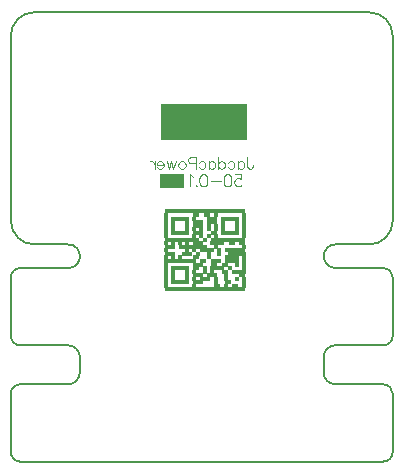
<source format=gbo>
G04*
G04 #@! TF.GenerationSoftware,Altium Limited,Altium Designer,21.5.1 (32)*
G04*
G04 Layer_Color=32896*
%FSAX25Y25*%
%MOIN*%
G70*
G04*
G04 #@! TF.SameCoordinates,E145FAAA-776B-438C-AE4F-039C15631CA5*
G04*
G04*
G04 #@! TF.FilePolarity,Positive*
G04*
G01*
G75*
%ADD10C,0.00394*%
%ADD13C,0.00787*%
%ADD81C,0.00315*%
%ADD82R,0.01181X0.01181*%
%ADD83R,0.05906X0.01181*%
%ADD84R,0.03543X0.01181*%
%ADD85R,0.02362X0.01181*%
%ADD86R,0.11811X0.01181*%
%ADD87R,0.01181X0.01181*%
%ADD88R,0.01181X0.01181*%
%ADD89R,0.05906X0.01181*%
%ADD90R,0.01181X0.01181*%
%ADD91R,0.03543X0.01181*%
%ADD92R,0.02362X0.01181*%
%ADD93R,0.27165X0.01181*%
%ADD94R,0.05906X0.01181*%
%ADD95R,0.02362X0.01181*%
%ADD96R,0.10630X0.01181*%
%ADD97R,0.04724X0.01181*%
%ADD98R,0.04724X0.01181*%
%ADD99R,0.05906X0.01181*%
%ADD100R,0.07087X0.01181*%
%ADD101R,0.09449X0.01181*%
%ADD102R,0.07972X0.04575*%
%ADD103R,0.28642X0.12106*%
D10*
X0015199Y0101439D02*
Y0098441D01*
X0015387Y0097878D01*
X0015574Y0097691D01*
X0015949Y0097503D01*
X0016324D01*
X0016699Y0097691D01*
X0016886Y0097878D01*
X0017074Y0098441D01*
Y0098815D01*
X0011938Y0100127D02*
Y0097503D01*
Y0099565D02*
X0012313Y0099940D01*
X0012687Y0100127D01*
X0013250D01*
X0013625Y0099940D01*
X0014000Y0099565D01*
X0014187Y0099003D01*
Y0098628D01*
X0014000Y0098066D01*
X0013625Y0097691D01*
X0013250Y0097503D01*
X0012687D01*
X0012313Y0097691D01*
X0011938Y0098066D01*
X0008639Y0099565D02*
X0009014Y0099940D01*
X0009389Y0100127D01*
X0009951D01*
X0010326Y0099940D01*
X0010701Y0099565D01*
X0010888Y0099003D01*
Y0098628D01*
X0010701Y0098066D01*
X0010326Y0097691D01*
X0009951Y0097503D01*
X0009389D01*
X0009014Y0097691D01*
X0008639Y0098066D01*
X0005546Y0101439D02*
Y0097503D01*
Y0099565D02*
X0005921Y0099940D01*
X0006296Y0100127D01*
X0006858D01*
X0007233Y0099940D01*
X0007608Y0099565D01*
X0007795Y0099003D01*
Y0098628D01*
X0007608Y0098066D01*
X0007233Y0097691D01*
X0006858Y0097503D01*
X0006296D01*
X0005921Y0097691D01*
X0005546Y0098066D01*
X0002247Y0100127D02*
Y0097503D01*
Y0099565D02*
X0002622Y0099940D01*
X0002997Y0100127D01*
X0003559D01*
X0003934Y0099940D01*
X0004309Y0099565D01*
X0004496Y0099003D01*
Y0098628D01*
X0004309Y0098066D01*
X0003934Y0097691D01*
X0003559Y0097503D01*
X0002997D01*
X0002622Y0097691D01*
X0002247Y0098066D01*
X-0001052Y0099565D02*
X-0000677Y0099940D01*
X-0000302Y0100127D01*
X0000261D01*
X0000635Y0099940D01*
X0001010Y0099565D01*
X0001198Y0099003D01*
Y0098628D01*
X0001010Y0098066D01*
X0000635Y0097691D01*
X0000261Y0097503D01*
X-0000302D01*
X-0000677Y0097691D01*
X-0001052Y0098066D01*
X-0001895Y0099378D02*
X-0003582D01*
X-0004144Y0099565D01*
X-0004332Y0099753D01*
X-0004519Y0100127D01*
Y0100690D01*
X-0004332Y0101065D01*
X-0004144Y0101252D01*
X-0003582Y0101439D01*
X-0001895D01*
Y0097503D01*
X-0006337Y0100127D02*
X-0005962Y0099940D01*
X-0005587Y0099565D01*
X-0005400Y0099003D01*
Y0098628D01*
X-0005587Y0098066D01*
X-0005962Y0097691D01*
X-0006337Y0097503D01*
X-0006900D01*
X-0007275Y0097691D01*
X-0007649Y0098066D01*
X-0007837Y0098628D01*
Y0099003D01*
X-0007649Y0099565D01*
X-0007275Y0099940D01*
X-0006900Y0100127D01*
X-0006337D01*
X-0008699D02*
X-0009449Y0097503D01*
X-0010199Y0100127D02*
X-0009449Y0097503D01*
X-0010199Y0100127D02*
X-0010948Y0097503D01*
X-0011698Y0100127D02*
X-0010948Y0097503D01*
X-0012616Y0099003D02*
X-0014866D01*
Y0099378D01*
X-0014678Y0099753D01*
X-0014491Y0099940D01*
X-0014116Y0100127D01*
X-0013554D01*
X-0013179Y0099940D01*
X-0012804Y0099565D01*
X-0012616Y0099003D01*
Y0098628D01*
X-0012804Y0098066D01*
X-0013179Y0097691D01*
X-0013554Y0097503D01*
X-0014116D01*
X-0014491Y0097691D01*
X-0014866Y0098066D01*
X-0015709Y0100127D02*
Y0097503D01*
Y0099003D02*
X-0015897Y0099565D01*
X-0016271Y0099940D01*
X-0016646Y0100127D01*
X-0017209D01*
D13*
X-0063660Y0003150D02*
G03*
X-0060510Y-0000000I0003145J-0000004D01*
G01*
X0063660Y0141890D02*
G03*
X0055785Y0149764I-0007874J0000000D01*
G01*
X-0040628Y0034803D02*
G03*
X-0044565Y0038740I-0003937J-0000000D01*
G01*
X0055785Y0072366D02*
G03*
X0063660Y0080240I-0000003J0007877D01*
G01*
X-0060510Y0025748D02*
G03*
X-0063660Y0022598I-0000004J-0003145D01*
G01*
X0040628Y0029687D02*
G03*
X0044565Y0025748I0003939J0000000D01*
G01*
X-0044565Y0064488D02*
G03*
X-0044565Y0072366I-0000002J0003939D01*
G01*
X0060510Y0038740D02*
G03*
X0063660Y0041890I0000004J0003145D01*
G01*
X0044569Y0072366D02*
G03*
X0044565Y0064488I-0000002J-0003939D01*
G01*
X-0063656Y0080240D02*
G03*
X-0055782Y0072366I0007877J0000003D01*
G01*
X-0060510Y0064488D02*
G03*
X-0063660Y0061339I-0000004J-0003145D01*
G01*
X-0044565Y0025748D02*
G03*
X-0040628Y0029687I-0000002J0003939D01*
G01*
X0060510Y0000000D02*
G03*
X0063660Y0003150I0000004J0003145D01*
G01*
X0044565Y0038740D02*
G03*
X0040628Y0034803I0000000J-0003937D01*
G01*
X-0055782Y0149764D02*
G03*
X-0063656Y0141890I0000000J-0007874D01*
G01*
X-0063660Y0041890D02*
G03*
X-0060510Y0038740I0003145J-0000004D01*
G01*
X0063660Y0061339D02*
G03*
X0060510Y0064488I-0003145J0000004D01*
G01*
X0063660Y0022598D02*
G03*
X0060510Y0025748I-0003145J0000004D01*
G01*
X-0063660Y0041890D02*
Y0061339D01*
X0044569Y0072366D02*
X0055785D01*
X0063660Y0003150D02*
Y0022598D01*
X-0060510Y0038740D02*
X-0044565D01*
X0063660Y0080240D02*
Y0141890D01*
X0044565Y0025748D02*
X0060510D01*
X-0055782Y0149764D02*
X0055785D01*
X-0040628Y0029687D02*
Y0034803D01*
X0040628Y0029687D02*
Y0034803D01*
X-0063656Y0080240D02*
Y0141890D01*
X-0060510Y0025748D02*
X-0044565D01*
X0044565Y0038740D02*
X0060510D01*
X-0055782Y0072366D02*
X-0044565D01*
X-0063660Y0003150D02*
Y0022598D01*
X0063660Y0041890D02*
Y0061339D01*
X-0060510Y0064488D02*
X-0044565D01*
X0044565D02*
X0060510D01*
X-0060510Y0000000D02*
X0060510D01*
D81*
X0011136Y0095716D02*
X0013010D01*
X0013198Y0094029D01*
X0013010Y0094217D01*
X0012448Y0094404D01*
X0011886D01*
X0011323Y0094217D01*
X0010948Y0093842D01*
X0010761Y0093280D01*
Y0092905D01*
X0010948Y0092342D01*
X0011323Y0091967D01*
X0011886Y0091780D01*
X0012448D01*
X0013010Y0091967D01*
X0013198Y0092155D01*
X0013385Y0092530D01*
X0008755Y0095716D02*
X0009318Y0095529D01*
X0009693Y0094967D01*
X0009880Y0094029D01*
Y0093467D01*
X0009693Y0092530D01*
X0009318Y0091967D01*
X0008755Y0091780D01*
X0008381D01*
X0007818Y0091967D01*
X0007443Y0092530D01*
X0007256Y0093467D01*
Y0094029D01*
X0007443Y0094967D01*
X0007818Y0095529D01*
X0008381Y0095716D01*
X0008755D01*
X0006375Y0093467D02*
X0003001D01*
X0000714Y0095716D02*
X0001277Y0095529D01*
X0001652Y0094967D01*
X0001839Y0094029D01*
Y0093467D01*
X0001652Y0092530D01*
X0001277Y0091967D01*
X0000714Y0091780D01*
X0000340D01*
X-0000223Y0091967D01*
X-0000598Y0092530D01*
X-0000785Y0093467D01*
Y0094029D01*
X-0000598Y0094967D01*
X-0000223Y0095529D01*
X0000340Y0095716D01*
X0000714D01*
X-0001853Y0092155D02*
X-0001666Y0091967D01*
X-0001853Y0091780D01*
X-0002041Y0091967D01*
X-0001853Y0092155D01*
X-0002903Y0094967D02*
X-0003278Y0095154D01*
X-0003840Y0095716D01*
Y0091780D01*
D82*
X-0011909Y0076279D02*
D03*
Y0075098D02*
D03*
X-0002461D02*
D03*
X0002264D02*
D03*
X0014075D02*
D03*
X-0011909Y0077461D02*
D03*
X0014075Y0076279D02*
D03*
X-0002461Y0077461D02*
D03*
X0002264D02*
D03*
X0006988D02*
D03*
X0011713D02*
D03*
X0014075D02*
D03*
X-0011909Y0078642D02*
D03*
X0002264D02*
D03*
X0006988D02*
D03*
X0011713D02*
D03*
X0014075D02*
D03*
X-0011909Y0081004D02*
D03*
X-0002461D02*
D03*
X-0011909Y0082185D02*
D03*
X0014075Y0081004D02*
D03*
Y0082185D02*
D03*
X-0002461Y0058563D02*
D03*
X0008169D02*
D03*
X-0002461Y0060925D02*
D03*
X0014075Y0058563D02*
D03*
X0008169Y0060925D02*
D03*
X0011713D02*
D03*
X0014075D02*
D03*
X-0011909Y0058563D02*
D03*
Y0060925D02*
D03*
X0014075Y0066831D02*
D03*
X-0011909Y0062106D02*
D03*
X0008169D02*
D03*
X-0011909Y0063287D02*
D03*
X-0002461D02*
D03*
X0001083D02*
D03*
X0003445D02*
D03*
X-0011909Y0065650D02*
D03*
X0011713D02*
D03*
X0014075D02*
D03*
X0002264Y0068012D02*
D03*
X0014075D02*
D03*
X-0011909D02*
D03*
X-0007185D02*
D03*
X-0011909Y0070374D02*
D03*
X-0002461D02*
D03*
X0005807D02*
D03*
X0014075Y0071555D02*
D03*
X-0011909Y0072736D02*
D03*
X-0007185D02*
D03*
D83*
X-0007185Y0076279D02*
D03*
Y0081004D02*
D03*
D84*
X-0001280Y0076279D02*
D03*
Y0078642D02*
D03*
X0003445Y0081004D02*
D03*
Y0062106D02*
D03*
X0001083Y0060925D02*
D03*
X0004626Y0066831D02*
D03*
X-0001280Y0062106D02*
D03*
Y0065650D02*
D03*
X-0010728Y0071555D02*
D03*
X-0001280Y0072736D02*
D03*
D85*
X0004035Y0076279D02*
D03*
X0011122Y0058563D02*
D03*
X0005217D02*
D03*
X0000492Y0066831D02*
D03*
X0004035Y0065650D02*
D03*
X0009941Y0072736D02*
D03*
D86*
X-0006594Y0073917D02*
D03*
X0008760D02*
D03*
D87*
X0001083D02*
D03*
X-0011909Y0079823D02*
D03*
X0006988D02*
D03*
X0011713D02*
D03*
X0014075D02*
D03*
Y0059744D02*
D03*
X-0011909D02*
D03*
Y0064468D02*
D03*
X0001083D02*
D03*
X0009350D02*
D03*
X0014075D02*
D03*
X-0001280Y0069193D02*
D03*
X0002264D02*
D03*
X0005807D02*
D03*
D88*
X-0000098Y0075098D02*
D03*
X0004626D02*
D03*
X-0009547Y0077461D02*
D03*
X-0004823D02*
D03*
X-0000098D02*
D03*
X0004626D02*
D03*
X-0009547Y0078642D02*
D03*
X-0004823D02*
D03*
X0004626D02*
D03*
Y0082185D02*
D03*
Y0060925D02*
D03*
X-0009547D02*
D03*
X-0004823D02*
D03*
X-0009547Y0062106D02*
D03*
X-0004823D02*
D03*
X-0009547Y0063287D02*
D03*
X-0004823D02*
D03*
X-0009547Y0068012D02*
D03*
X-0004823Y0070374D02*
D03*
X0004626Y0071555D02*
D03*
X-0009547Y0072736D02*
D03*
X-0004823D02*
D03*
D89*
X0009350Y0076279D02*
D03*
Y0081004D02*
D03*
D90*
X-0009547Y0079823D02*
D03*
X-0004823D02*
D03*
X0004626Y0059744D02*
D03*
D91*
X-0001280Y0079823D02*
D03*
X0003445D02*
D03*
X-0001280Y0059744D02*
D03*
X-0010728Y0069193D02*
D03*
X-0004823D02*
D03*
D92*
X-0001870Y0082185D02*
D03*
X0001673D02*
D03*
X0013484Y0062106D02*
D03*
X0007579Y0063287D02*
D03*
Y0065650D02*
D03*
X-0001870Y0068012D02*
D03*
X0013484Y0072736D02*
D03*
D93*
X0001083Y0057382D02*
D03*
Y0083366D02*
D03*
D94*
X-0007185Y0059744D02*
D03*
Y0064468D02*
D03*
D95*
X0008760Y0059744D02*
D03*
X-0001870Y0064468D02*
D03*
D96*
X-0007185Y0066831D02*
D03*
D97*
X0009941D02*
D03*
X0012303Y0063287D02*
D03*
X0009941Y0068012D02*
D03*
X0001673Y0070374D02*
D03*
X0005217Y0072736D02*
D03*
D98*
Y0064468D02*
D03*
D99*
X0011713Y0069193D02*
D03*
D100*
X0011122Y0070374D02*
D03*
D101*
X-0003051Y0071555D02*
D03*
D102*
X-0009785Y0093673D02*
D03*
D103*
X0000837Y0113238D02*
D03*
M02*

</source>
